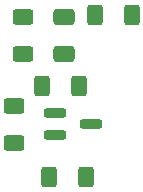
<source format=gbr>
%TF.GenerationSoftware,KiCad,Pcbnew,8.0.3*%
%TF.CreationDate,2025-01-02T17:18:04+01:00*%
%TF.ProjectId,mq7adapter,6d713761-6461-4707-9465-722e6b696361,rev?*%
%TF.SameCoordinates,Original*%
%TF.FileFunction,Paste,Top*%
%TF.FilePolarity,Positive*%
%FSLAX46Y46*%
G04 Gerber Fmt 4.6, Leading zero omitted, Abs format (unit mm)*
G04 Created by KiCad (PCBNEW 8.0.3) date 2025-01-02 17:18:04*
%MOMM*%
%LPD*%
G01*
G04 APERTURE LIST*
G04 Aperture macros list*
%AMRoundRect*
0 Rectangle with rounded corners*
0 $1 Rounding radius*
0 $2 $3 $4 $5 $6 $7 $8 $9 X,Y pos of 4 corners*
0 Add a 4 corners polygon primitive as box body*
4,1,4,$2,$3,$4,$5,$6,$7,$8,$9,$2,$3,0*
0 Add four circle primitives for the rounded corners*
1,1,$1+$1,$2,$3*
1,1,$1+$1,$4,$5*
1,1,$1+$1,$6,$7*
1,1,$1+$1,$8,$9*
0 Add four rect primitives between the rounded corners*
20,1,$1+$1,$2,$3,$4,$5,0*
20,1,$1+$1,$4,$5,$6,$7,0*
20,1,$1+$1,$6,$7,$8,$9,0*
20,1,$1+$1,$8,$9,$2,$3,0*%
G04 Aperture macros list end*
%ADD10RoundRect,0.200000X-0.750000X-0.200000X0.750000X-0.200000X0.750000X0.200000X-0.750000X0.200000X0*%
%ADD11RoundRect,0.250000X0.400000X0.625000X-0.400000X0.625000X-0.400000X-0.625000X0.400000X-0.625000X0*%
%ADD12RoundRect,0.250000X-0.625000X0.400000X-0.625000X-0.400000X0.625000X-0.400000X0.625000X0.400000X0*%
%ADD13RoundRect,0.250000X-0.650000X0.412500X-0.650000X-0.412500X0.650000X-0.412500X0.650000X0.412500X0*%
%ADD14RoundRect,0.250000X-0.400000X-0.625000X0.400000X-0.625000X0.400000X0.625000X-0.400000X0.625000X0*%
G04 APERTURE END LIST*
D10*
%TO.C,Q1*%
X109000000Y-67050000D03*
X109000000Y-68950000D03*
X112000000Y-68000000D03*
%TD*%
D11*
%TO.C,R4*%
X115500000Y-58750000D03*
X112400000Y-58750000D03*
%TD*%
%TO.C,R1*%
X111600000Y-72500000D03*
X108500000Y-72500000D03*
%TD*%
D12*
%TO.C,R2*%
X105500000Y-66500000D03*
X105500000Y-69600000D03*
%TD*%
D13*
%TO.C,C1*%
X109750000Y-58937500D03*
X109750000Y-62062500D03*
%TD*%
D12*
%TO.C,R3*%
X106250000Y-58950000D03*
X106250000Y-62050000D03*
%TD*%
D14*
%TO.C,R5*%
X107900000Y-64750000D03*
X111000000Y-64750000D03*
%TD*%
M02*

</source>
